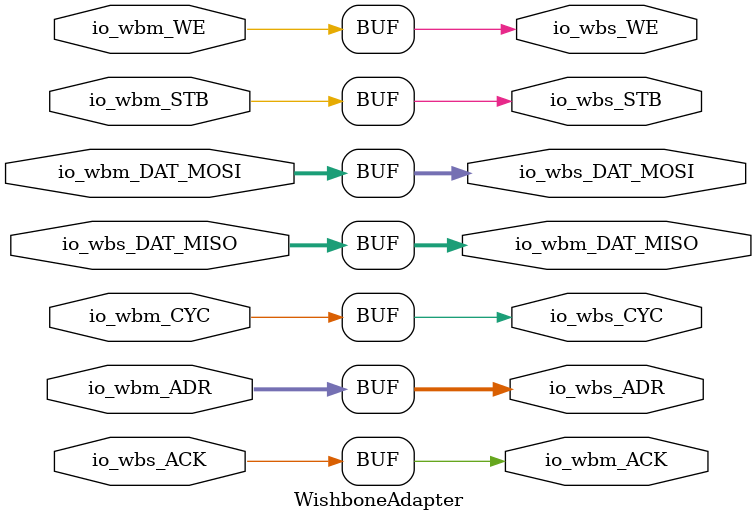
<source format=v>



module WishboneSimpleBusAdapted (
  input               io_busIN_CYC,
  input               io_busIN_STB,
  output              io_busIN_ACK,
  input               io_busIN_WE,
  input      [7:0]    io_busIN_ADR,
  output     [7:0]    io_busIN_DAT_MISO,
  input      [7:0]    io_busIN_DAT_MOSI,
  output              io_busOUT_CYC,
  output              io_busOUT_STB,
  input               io_busOUT_ACK,
  output              io_busOUT_WE,
  output     [7:0]    io_busOUT_ADR,
  input      [7:0]    io_busOUT_DAT_MISO,
  output     [7:0]    io_busOUT_DAT_MOSI,
  input               clk,
  input               reset
);
  wire       [7:0]    io_busIN_adapter_io_wbm_DAT_MISO;
  wire                io_busIN_adapter_io_wbm_ACK;
  wire       [7:0]    io_busIN_adapter_io_wbs_DAT_MOSI;
  wire       [7:0]    io_busIN_adapter_io_wbs_ADR;
  wire                io_busIN_adapter_io_wbs_CYC;
  wire                io_busIN_adapter_io_wbs_STB;
  wire                io_busIN_adapter_io_wbs_WE;
  reg                 ff;

  WishboneAdapter io_busIN_adapter (
    .io_wbm_CYC         (io_busIN_CYC                           ), //i
    .io_wbm_STB         (io_busIN_STB                           ), //i
    .io_wbm_ACK         (io_busIN_adapter_io_wbm_ACK            ), //o
    .io_wbm_WE          (io_busIN_WE                            ), //i
    .io_wbm_ADR         (io_busIN_ADR[7:0]                      ), //i
    .io_wbm_DAT_MISO    (io_busIN_adapter_io_wbm_DAT_MISO[7:0]  ), //o
    .io_wbm_DAT_MOSI    (io_busIN_DAT_MOSI[7:0]                 ), //i
    .io_wbs_CYC         (io_busIN_adapter_io_wbs_CYC            ), //o
    .io_wbs_STB         (io_busIN_adapter_io_wbs_STB            ), //o
    .io_wbs_ACK         (io_busOUT_ACK                          ), //i
    .io_wbs_WE          (io_busIN_adapter_io_wbs_WE             ), //o
    .io_wbs_ADR         (io_busIN_adapter_io_wbs_ADR[7:0]       ), //o
    .io_wbs_DAT_MISO    (io_busOUT_DAT_MISO[7:0]                ), //i
    .io_wbs_DAT_MOSI    (io_busIN_adapter_io_wbs_DAT_MOSI[7:0]  )  //o
  );
  assign io_busIN_ACK = io_busIN_adapter_io_wbm_ACK;
  assign io_busIN_DAT_MISO = io_busIN_adapter_io_wbm_DAT_MISO;
  assign io_busOUT_CYC = io_busIN_adapter_io_wbs_CYC;
  assign io_busOUT_STB = io_busIN_adapter_io_wbs_STB;
  assign io_busOUT_WE = io_busIN_adapter_io_wbs_WE;
  assign io_busOUT_ADR = io_busIN_adapter_io_wbs_ADR;
  assign io_busOUT_DAT_MOSI = io_busIN_adapter_io_wbs_DAT_MOSI;

endmodule

module WishboneAdapter (
  input               io_wbm_CYC,
  input               io_wbm_STB,
  output              io_wbm_ACK,
  input               io_wbm_WE,
  input      [7:0]    io_wbm_ADR,
  output     [7:0]    io_wbm_DAT_MISO,
  input      [7:0]    io_wbm_DAT_MOSI,
  output              io_wbs_CYC,
  output              io_wbs_STB,
  input               io_wbs_ACK,
  output              io_wbs_WE,
  output     [7:0]    io_wbs_ADR,
  input      [7:0]    io_wbs_DAT_MISO,
  output     [7:0]    io_wbs_DAT_MOSI
);

  assign io_wbs_CYC = io_wbm_CYC;
  assign io_wbs_STB = io_wbm_STB;
  assign io_wbs_WE = io_wbm_WE;
  assign io_wbm_ACK = io_wbs_ACK;
  assign io_wbs_ADR = io_wbm_ADR;
  assign io_wbs_DAT_MOSI = io_wbm_DAT_MOSI;
  assign io_wbm_DAT_MISO = io_wbs_DAT_MISO;

endmodule

</source>
